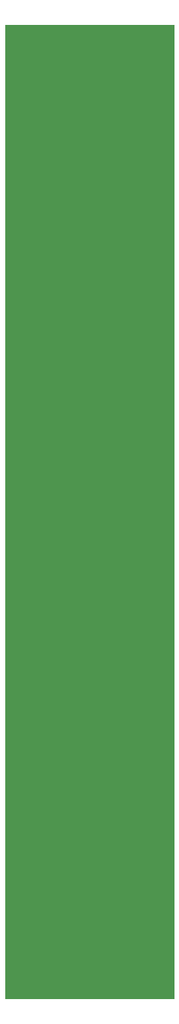
<source format=gbr>
G04 DipTrace 2.4.0.2*
%INBoard.gbr*%
%MOMM*%
%ADD11C,0.152*%
%FSLAX53Y53*%
G04*
G71*
G90*
G75*
G01*
%LNBoardPoly*%
%LPD*%
G36*
X0Y0D2*
D11*
Y109220D1*
X19050D1*
Y0D1*
X0D1*
G37*
M02*

</source>
